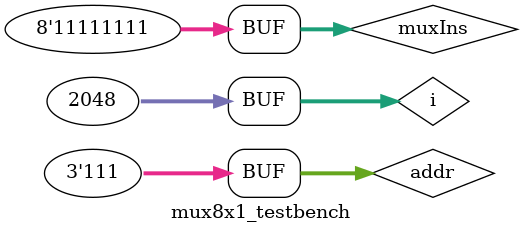
<source format=sv>
`timescale 1ns/10ps
module mux8x1(out, addr, muxIns);
	output logic out;
	input logic [2:0] addr;
	input logic [7:0] muxIns;

	logic [1:0] midVal;
	
	//using 2 4x1 muxes and a 2x1 mux, construct a 8x1 mux
	mux4x1 mux4to7(.out(midVal[1]), .addr(addr[1:0]), .muxIns(muxIns[7:4]));
	mux4x1 mux0to3(.out(midVal[0]), .addr(addr[1:0]), .muxIns(muxIns[3:0]));
	mux2_1 muxFinal(.out, .i0(midVal[0]), .i1(midVal[1]), .sel(addr[2]));
endmodule

module mux8x1_testbench();
	logic [7:0] muxIns;
	logic [2:0] addr;
	logic out;

	mux8x1 dut (.out, .addr, .muxIns);

	integer i;
	initial begin
		for(i=0; i<2048; i++) begin
			{muxIns, addr} = i; #1000;
		end
	end
endmodule 
</source>
